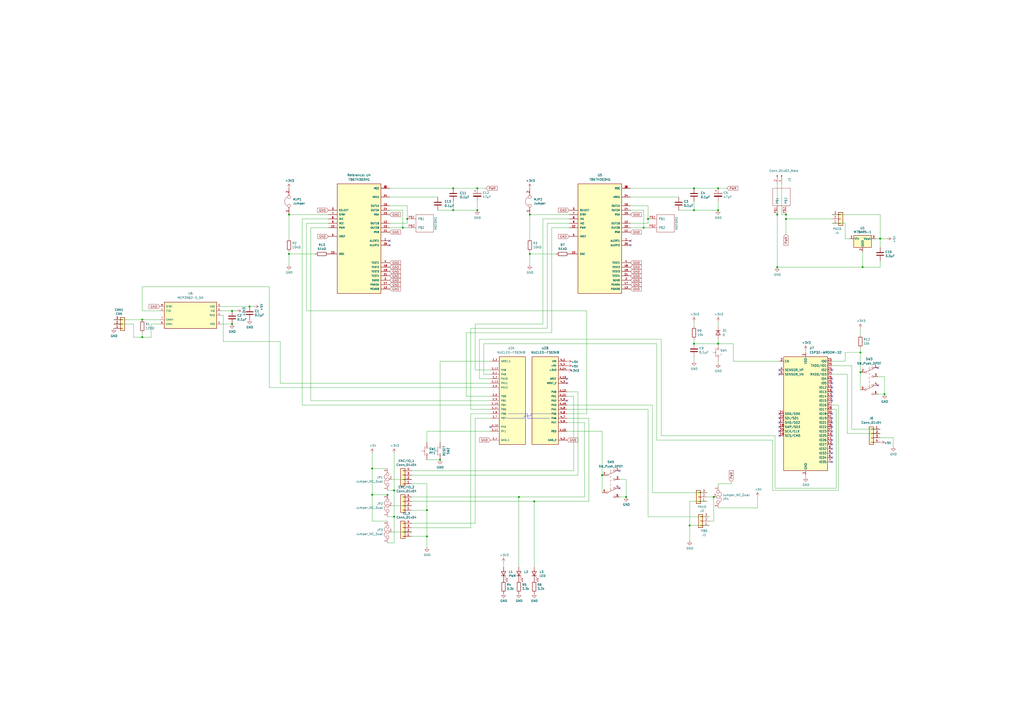
<source format=kicad_sch>
(kicad_sch (version 20230121) (generator eeschema)
  (paper "A2")
  (lib_symbols
    (symbol "Connector:Conn_01x02_Male" (pin_names (offset 1.016) hide)
      (property "Reference" "J" (at 0 2.54 0))
      (property "Value" "Conn_01x02_Male" (at 0 -5.08 0))
      (symbol "Conn_01x02_Male_1_1"
        (pin passive line (at 5.08 0 180) (length 3.81) (name "Pin_1") (number "1"))
        (pin passive line (at 5.08 -2.54 180) (length 3.81) (name "Pin_2") (number "2"))
      )
    )
    (symbol "Connector_Generic:Conn_01x03" (pin_names (offset 1.016) hide)
      (property "Reference" "J" (at 0 5.08 0))
      (property "Value" "Conn_01x03" (at 0 -5.08 0))
      (symbol "Conn_01x03_1_1"
        (pin passive line (at -5.08 2.54 0) (length 3.81) (name "Pin_1") (number "1"))
        (pin passive line (at -5.08 0 0) (length 3.81) (name "Pin_2") (number "2"))
        (pin passive line (at -5.08 -2.54 0) (length 3.81) (name "Pin_3") (number "3"))
      )
    )
    (symbol "Connector_Generic:Conn_01x04" (pin_names (offset 1.016) hide)
      (property "Reference" "J" (at 0 5.08 0))
      (property "Value" "Conn_01x04" (at 0 -7.62 0))
      (symbol "Conn_01x04_1_1"
        (pin passive line (at -5.08 2.54 0) (length 3.81) (name "Pin_1") (number "1"))
        (pin passive line (at -5.08 0 0) (length 3.81) (name "Pin_2") (number "2"))
        (pin passive line (at -5.08 -2.54 0) (length 3.81) (name "Pin_3") (number "3"))
        (pin passive line (at -5.08 -5.08 0) (length 3.81) (name "Pin_4") (number "4"))
      )
    )
    (symbol "Device:C" (pin_numbers hide) (pin_names (offset 0.254))
      (property "Reference" "C" (at 0.635 2.54 0))
      (property "Value" "C" (at 0.635 -2.54 0))
      (symbol "C_1_1"
        (pin passive line (at 0 3.81 270) (length 2.794) (name "~") (number "1"))
        (pin passive line (at 0 -3.81 90) (length 2.794) (name "~") (number "2"))
      )
    )
    (symbol "Device:CP" (pin_numbers hide) (pin_names (offset 0.254))
      (property "Reference" "C" (at 0.635 2.54 0))
      (property "Value" "Device_CP" (at 0.635 -2.54 0))
      (symbol "CP_1_1"
        (pin passive line (at 0 3.81 270) (length 2.794) (name "~") (number "1"))
        (pin passive line (at 0 -3.81 90) (length 2.794) (name "~") (number "2"))
      )
    )
    (symbol "Device:D" (pin_numbers hide) (pin_names (offset 1.016) hide)
      (property "Reference" "D" (at 0 2.54 0))
      (property "Value" "D" (at 0 -2.54 0))
      (symbol "D_1_1"
        (pin passive line (at -3.81 0 0) (length 2.54) (name "K") (number "1"))
        (pin passive line (at 3.81 0 180) (length 2.54) (name "A") (number "2"))
      )
    )
    (symbol "Device:Jumper" (pin_names (offset 0.762) hide)
      (property "Reference" "JP" (at 0 3.81 0))
      (property "Value" "Device_Jumper" (at 0 -2.032 0))
      (symbol "Jumper_0_1"
        (pin passive line (at -7.62 0 0) (length 4.191) (name "1") (number "1"))
        (pin passive line (at 7.62 0 180) (length 4.191) (name "2") (number "2"))
      )
    )
    (symbol "Device:Jumper_NC_Dual" (pin_names (offset 0.762) hide)
      (property "Reference" "JP" (at 1.27 -2.54 0))
      (property "Value" "Device_Jumper_NC_Dual" (at 0 2.54 0))
      (symbol "Jumper_NC_Dual_0_1"
        (pin passive line (at -6.35 0 0) (length 2.413) (name "1") (number "1"))
        (pin passive line (at 0 -2.54 90) (length 1.524) (name "2") (number "2"))
        (pin passive line (at 6.35 0 180) (length 2.413) (name "3") (number "3"))
      )
    )
    (symbol "Device:LED" (pin_numbers hide) (pin_names (offset 1.016) hide)
      (property "Reference" "D" (at 0 2.54 0))
      (property "Value" "LED" (at 0 -2.54 0))
      (symbol "LED_1_1"
        (pin passive line (at -3.81 0 0) (length 2.54) (name "K") (number "1"))
        (pin passive line (at 3.81 0 180) (length 2.54) (name "A") (number "2"))
      )
    )
    (symbol "Device:R" (pin_numbers hide) (pin_names (offset 0))
      (property "Reference" "R" (at 2.032 0 90))
      (property "Value" "R" (at 0 0 90))
      (symbol "R_1_1"
        (pin passive line (at 0 3.81 270) (length 1.27) (name "~") (number "1"))
        (pin passive line (at 0 -3.81 90) (length 1.27) (name "~") (number "2"))
      )
    )
    (symbol "Liner-regulator_AOKI:NJM_TO-252" (pin_names (offset 0.254))
      (property "Reference" "U" (at -3.81 3.175 0))
      (property "Value" "Liner-regulator_AOKI_NJM_TO-252" (at 0 3.175 0))
      (symbol "NJM_TO-252_1_1"
        (pin power_in line (at -7.62 0 0) (length 2.54) (name "Vin") (number "1"))
        (pin input line (at 0 -7.62 90) (length 2.54) (name "GND") (number "2"))
        (pin power_out line (at 7.62 0 180) (length 2.54) (name "Vout") (number "3"))
      )
    )
    (symbol "MCP2562-E_SN:MCP2562-E_SN" (pin_names (offset 1.016))
      (property "Reference" "U" (at -15.2515 8.8967 0))
      (property "Value" "MCP2562-E_SN" (at -15.2639 -10.1759 0))
      (symbol "MCP2562-E_SN_0_0"
        (pin input line (at -17.78 2.54 0) (length 2.54) (name "TXD") (number "1"))
        (pin power_in line (at 17.78 -5.08 180) (length 2.54) (name "VSS") (number "2"))
        (pin power_in line (at 17.78 5.08 180) (length 2.54) (name "VDD") (number "3"))
        (pin output line (at 17.78 0 180) (length 2.54) (name "RXD") (number "4"))
        (pin power_in line (at 17.78 2.54 180) (length 2.54) (name "VIO") (number "5"))
        (pin input line (at -17.78 -5.08 0) (length 2.54) (name "CANL") (number "6"))
        (pin input line (at -17.78 -2.54 0) (length 2.54) (name "CANH") (number "7"))
        (pin input line (at -17.78 5.08 0) (length 2.54) (name "STBY") (number "8"))
      )
    )
    (symbol "NUCLEO-F303K8:NUCLEO-F303K8" (pin_names (offset 1.016))
      (property "Reference" "U" (at -7.6292 25.9456 0))
      (property "Value" "NUCLEO-F303K8" (at -7.6233 -27.7005 0))
      (symbol "NUCLEO-F303K8_1_0"
        (pin bidirectional line (at 12.7 15.24 180) (length 5.08) (name "PA9") (number "3_1"))
        (pin bidirectional line (at 12.7 -15.24 180) (length 5.08) (name "PF0") (number "3_10"))
        (pin bidirectional line (at 12.7 -17.78 180) (length 5.08) (name "PF1") (number "3_11"))
        (pin bidirectional line (at 12.7 17.78 180) (length 5.08) (name "PA8") (number "3_12"))
        (pin bidirectional line (at 12.7 10.16 180) (length 5.08) (name "PA11") (number "3_13"))
        (pin bidirectional line (at 12.7 -5.08 180) (length 5.08) (name "PB5") (number "3_14"))
        (pin bidirectional line (at 12.7 -2.54 180) (length 5.08) (name "PB4") (number "3_15"))
        (pin bidirectional line (at 12.7 12.7 180) (length 5.08) (name "PA10") (number "3_2"))
        (pin bidirectional line (at 12.7 22.86 180) (length 5.08) (name "NRST_1") (number "3_3"))
        (pin power_in line (at 12.7 -22.86 180) (length 5.08) (name "GND_1") (number "3_4"))
        (pin bidirectional line (at 12.7 7.62 180) (length 5.08) (name "PA12") (number "3_5"))
        (pin bidirectional line (at 12.7 2.54 180) (length 5.08) (name "PB0") (number "3_6"))
        (pin bidirectional line (at 12.7 -10.16 180) (length 5.08) (name "PB7") (number "3_7"))
        (pin bidirectional line (at 12.7 -7.62 180) (length 5.08) (name "PB6") (number "3_8"))
        (pin bidirectional line (at 12.7 0 180) (length 5.08) (name "PB1") (number "3_9"))
      )
      (symbol "NUCLEO-F303K8_2_0"
        (pin power_in line (at 12.7 22.86 180) (length 5.08) (name "VIN") (number "4_1"))
        (pin bidirectional line (at 12.7 -2.54 180) (length 5.08) (name "PA3") (number "4_10"))
        (pin bidirectional line (at 12.7 2.54 180) (length 5.08) (name "PA1") (number "4_11"))
        (pin bidirectional line (at 12.7 5.08 180) (length 5.08) (name "PA0") (number "4_12"))
        (pin bidirectional line (at 12.7 12.7 180) (length 5.08) (name "AREF") (number "4_13"))
        (pin power_in line (at 12.7 17.78 180) (length 5.08) (name "+3V3") (number "4_14"))
        (pin bidirectional line (at 12.7 -17.78 180) (length 5.08) (name "PB3") (number "4_15"))
        (pin power_in line (at 12.7 -22.86 180) (length 5.08) (name "GND_2") (number "4_2"))
        (pin bidirectional line (at 12.7 10.16 180) (length 5.08) (name "NRST_2") (number "4_3"))
        (pin power_in line (at 12.7 20.32 180) (length 5.08) (name "+5V") (number "4_4"))
        (pin bidirectional line (at 12.7 0 180) (length 5.08) (name "PA2") (number "4_5"))
        (pin bidirectional line (at 12.7 -12.7 180) (length 5.08) (name "PA7") (number "4_6"))
        (pin bidirectional line (at 12.7 -10.16 180) (length 5.08) (name "PA6") (number "4_7"))
        (pin bidirectional line (at 12.7 -7.62 180) (length 5.08) (name "PA5") (number "4_8"))
        (pin bidirectional line (at 12.7 -5.08 180) (length 5.08) (name "PA4") (number "4_9"))
      )
    )
    (symbol "PTS_1.5_2_1" (pin_names (offset 1.016))
      (symbol "PTS_1.5_2_1_1_0"
        (pin bidirectional line (at -2.54 -10.16 90) (length 5.08) (name "P$1") (number "P$1"))
        (pin bidirectional line (at 2.54 -10.16 90) (length 5.08) (name "P$2") (number "P$2"))
      )
    )
    (symbol "RF_Module:ESP32-WROOM-32"
      (property "Reference" "U" (at -12.7 34.29 0))
      (property "Value" "ESP32-WROOM-32" (at 1.27 34.29 0))
      (symbol "ESP32-WROOM-32_1_1"
        (pin power_in line (at 0 -35.56 90) (length 2.54) (name "GND") (number "1"))
        (pin bidirectional line (at 15.24 -12.7 180) (length 2.54) (name "IO25") (number "10"))
        (pin bidirectional line (at 15.24 -15.24 180) (length 2.54) (name "IO26") (number "11"))
        (pin bidirectional line (at 15.24 -17.78 180) (length 2.54) (name "IO27") (number "12"))
        (pin bidirectional line (at 15.24 10.16 180) (length 2.54) (name "IO14") (number "13"))
        (pin bidirectional line (at 15.24 15.24 180) (length 2.54) (name "IO12") (number "14"))
        (pin passive line (at 0 -35.56 90) (length 2.54) hide (name "GND") (number "15"))
        (pin bidirectional line (at 15.24 12.7 180) (length 2.54) (name "IO13") (number "16"))
        (pin bidirectional line (at -15.24 -5.08 0) (length 2.54) (name "SHD/SD2") (number "17"))
        (pin bidirectional line (at -15.24 -7.62 0) (length 2.54) (name "SWP/SD3") (number "18"))
        (pin bidirectional line (at -15.24 -12.7 0) (length 2.54) (name "SCS/CMD") (number "19"))
        (pin power_in line (at 0 35.56 270) (length 2.54) (name "VDD") (number "2"))
        (pin bidirectional line (at -15.24 -10.16 0) (length 2.54) (name "SCK/CLK") (number "20"))
        (pin bidirectional line (at -15.24 0 0) (length 2.54) (name "SDO/SD0") (number "21"))
        (pin bidirectional line (at -15.24 -2.54 0) (length 2.54) (name "SDI/SD1") (number "22"))
        (pin bidirectional line (at 15.24 7.62 180) (length 2.54) (name "IO15") (number "23"))
        (pin bidirectional line (at 15.24 25.4 180) (length 2.54) (name "IO2") (number "24"))
        (pin bidirectional line (at 15.24 30.48 180) (length 2.54) (name "IO0") (number "25"))
        (pin bidirectional line (at 15.24 20.32 180) (length 2.54) (name "IO4") (number "26"))
        (pin bidirectional line (at 15.24 5.08 180) (length 2.54) (name "IO16") (number "27"))
        (pin bidirectional line (at 15.24 2.54 180) (length 2.54) (name "IO17") (number "28"))
        (pin bidirectional line (at 15.24 17.78 180) (length 2.54) (name "IO5") (number "29"))
        (pin input line (at -15.24 30.48 0) (length 2.54) (name "EN") (number "3"))
        (pin bidirectional line (at 15.24 0 180) (length 2.54) (name "IO18") (number "30"))
        (pin bidirectional line (at 15.24 -2.54 180) (length 2.54) (name "IO19") (number "31"))
        (pin no_connect line (at -12.7 -27.94 0) (length 2.54) hide (name "NC") (number "32"))
        (pin bidirectional line (at 15.24 -5.08 180) (length 2.54) (name "IO21") (number "33"))
        (pin bidirectional line (at 15.24 22.86 180) (length 2.54) (name "RXD0/IO3") (number "34"))
        (pin bidirectional line (at 15.24 27.94 180) (length 2.54) (name "TXD0/IO1") (number "35"))
        (pin bidirectional line (at 15.24 -7.62 180) (length 2.54) (name "IO22") (number "36"))
        (pin bidirectional line (at 15.24 -10.16 180) (length 2.54) (name "IO23") (number "37"))
        (pin passive line (at 0 -35.56 90) (length 2.54) hide (name "GND") (number "38"))
        (pin passive line (at 0 -35.56 90) (length 2.54) hide (name "GND") (number "39"))
        (pin input line (at -15.24 25.4 0) (length 2.54) (name "SENSOR_VP") (number "4"))
        (pin input line (at -15.24 22.86 0) (length 2.54) (name "SENSOR_VN") (number "5"))
        (pin input line (at 15.24 -25.4 180) (length 2.54) (name "IO34") (number "6"))
        (pin input line (at 15.24 -27.94 180) (length 2.54) (name "IO35") (number "7"))
        (pin bidirectional line (at 15.24 -20.32 180) (length 2.54) (name "IO32") (number "8"))
        (pin bidirectional line (at 15.24 -22.86 180) (length 2.54) (name "IO33") (number "9"))
      )
    )
    (symbol "Switch:SW_Push" (pin_numbers hide) (pin_names (offset 1.016) hide)
      (property "Reference" "SW" (at 1.27 2.54 0))
      (property "Value" "SW_Push" (at 0 -1.524 0))
      (symbol "SW_Push_0_1"
        (pin passive line (at -5.08 0 0) (length 2.54) (name "1") (number "1"))
        (pin passive line (at 5.08 0 180) (length 2.54) (name "2") (number "2"))
      )
    )
    (symbol "Switch:SW_Push_DPDT" (pin_names (offset 0) hide)
      (property "Reference" "SW" (at 0 8.89 0))
      (property "Value" "SW_Push_DPDT" (at 0 -10.16 0))
      (symbol "SW_Push_DPDT_1_1"
        (pin passive line (at 5.08 7.62 180) (length 2.54) (name "A") (number "1"))
        (pin passive line (at -5.08 5.08 0) (length 2.54) (name "B") (number "2"))
        (pin passive line (at 5.08 2.54 180) (length 2.54) (name "C") (number "3"))
        (pin passive line (at 5.08 -2.54 180) (length 2.54) (name "A") (number "4"))
        (pin passive line (at -5.08 -5.08 0) (length 2.54) (name "B") (number "5"))
        (pin passive line (at 5.08 -7.62 180) (length 2.54) (name "C") (number "6"))
      )
    )
    (symbol "TB67H303HG_1" (pin_names (offset 1.016))
      (property "Reference" "U" (at -12.7 33.655 0))
      (property "Value" "TB67H303HG" (at -12.7 -33.02 0))
      (symbol "TB67H303HG_1_0_0"
        (pin output line (at 17.78 0 180) (length 5.08) (name "ALERT1") (number "1"))
        (pin output line (at 17.78 7.62 180) (length 5.08) (name "OUT2B") (number "10"))
        (pin output line (at 17.78 5.08 180) (length 5.08) (name "RSB") (number "11"))
        (pin output line (at 17.78 10.16 180) (length 5.08) (name "OUT1B") (number "12"))
        (pin power_in line (at 17.78 -27.94 180) (length 5.08) (name "PGNDB") (number "13"))
        (pin output line (at 17.78 17.78 180) (length 5.08) (name "OUT2A") (number "14"))
        (pin output line (at 17.78 15.24 180) (length 5.08) (name "RSA") (number "15"))
        (pin output line (at 17.78 20.32 180) (length 5.08) (name "OUT1A") (number "16"))
        (pin power_in line (at 17.78 -25.4 180) (length 5.08) (name "PGNDA") (number "17"))
        (pin power_in line (at 17.78 -15.24 180) (length 5.08) (name "TEST2") (number "18"))
        (pin power_in line (at 17.78 -17.78 180) (length 5.08) (name "TEST3") (number "19"))
        (pin power_in line (at 17.78 -22.86 180) (length 5.08) (name "SGND") (number "2"))
        (pin power_in line (at 17.78 30.48 180) (length 5.08) (name "VCC") (number "20"))
        (pin power_in line (at 17.78 -20.32 180) (length 5.08) (name "TEST4") (number "21"))
        (pin input line (at -17.78 7.62 0) (length 5.08) (name "PWM") (number "22"))
        (pin passive line (at -17.78 -7.62 0) (length 5.08) (name "OSC") (number "23"))
        (pin output line (at 17.78 25.4 180) (length 5.08) (name "VREG") (number "24"))
        (pin output line (at 17.78 -2.54 180) (length 5.08) (name "ALERT2") (number "25"))
        (pin input line (at -17.78 17.78 0) (length 5.08) (name "SELECT") (number "3"))
        (pin power_in line (at 17.78 -12.7 180) (length 5.08) (name "TEST1") (number "4"))
        (pin input line (at -17.78 2.54 0) (length 5.08) (name "VREF") (number "5"))
        (pin power_in line (at 17.78 30.48 180) (length 5.08) (name "VCC") (number "6"))
        (pin input line (at -17.78 15.24 0) (length 5.08) (name "STBY") (number "7"))
        (pin input line (at -17.78 12.7 0) (length 5.08) (name "IN1") (number "8"))
        (pin input line (at -17.78 10.16 0) (length 5.08) (name "IN2") (number "9"))
      )
    )
    (symbol "power:+3.3V" (power) (pin_names (offset 0))
      (property "Value" "+3.3V" (at 0 3.556 0))
      (symbol "+3.3V_1_1"
        (pin power_in line (at 0 0 90) (length 0) hide (name "+3V3") (number "1"))
      )
    )
    (symbol "power:+5V" (power) (pin_names (offset 0))
      (property "Value" "+5V" (at 0 3.556 0))
      (symbol "+5V_1_1"
        (pin power_in line (at 0 0 90) (length 0) hide (name "+5V") (number "1"))
      )
    )
    (symbol "power:GND" (power) (pin_names (offset 0))
      (property "Value" "GND" (at 0 -3.81 0))
      (symbol "GND_1_1"
        (pin power_in line (at 0 0 270) (length 0) hide (name "GND") (number "1"))
      )
    )
    (symbol "pts_1.5_2:PTS_1.5_2" (pin_names (offset 1.016))
      (symbol "PTS_1.5_2_1_0"
        (pin bidirectional line (at -2.54 -10.16 90) (length 5.08) (name "P$1") (number "P$1"))
        (pin bidirectional line (at 2.54 -10.16 90) (length 5.08) (name "P$2") (number "P$2"))
      )
    )
  )
  (junction (at 309.88 290.83))
  (junction (at 224.79 287.02))
  (junction (at 499.11 215.9))
  (junction (at 402.59 199.39))
  (junction (at 455.93 127))
  (junction (at 402.59 109.22))
  (junction (at 228.6 284.48))
  (junction (at 400.05 304.8))
  (junction (at 215.9 287.02))
  (junction (at 82.55 185.42))
  (junction (at 450.85 124.46))
  (junction (at 215.9 271.78))
  (junction (at 144.78 177.8))
  (junction (at 247.65 295.91))
  (junction (at 416.56 109.22))
  (junction (at 307.34 147.32))
  (junction (at 167.64 147.32))
  (junction (at 307.34 124.46))
  (junction (at 349.25 275.59))
  (junction (at 513.08 228.6))
  (junction (at 167.64 124.46))
  (junction (at 414.02 288.29))
  (junction (at 375.92 127))
  (junction (at 255.27 266.7))
  (junction (at 300.99 288.29))
  (junction (at 82.55 195.58))
  (junction (at 373.38 132.08))
  (junction (at 134.62 187.96))
  (junction (at 247.65 311.15))
  (junction (at 262.89 109.22))
  (junction (at 134.62 180.34))
  (junction (at 363.22 288.29))
  (junction (at 450.85 154.94))
  (junction (at 233.68 132.08))
  (junction (at 510.54 138.43))
  (junction (at 416.56 121.92))
  (junction (at 236.22 127))
  (junction (at 499.11 204.47))
  (junction (at 228.6 299.72))
  (junction (at 416.56 199.39))
  (junction (at 455.93 124.46))
  (junction (at 500.38 154.94))
  (junction (at 262.89 121.92))
  (junction (at 276.86 121.92))
  (junction (at 276.86 109.22))
  (junction (at 402.59 121.92))
  (no_connect (at 452.12 252.73))
  (no_connect (at 284.48 247.65))
  (no_connect (at 482.6 242.57))
  (no_connect (at 482.6 262.89))
  (no_connect (at 328.93 232.41))
  (no_connect (at 482.6 250.19))
  (no_connect (at 482.6 260.35))
  (no_connect (at 328.93 219.71))
  (no_connect (at 482.6 240.03))
  (no_connect (at 365.76 139.7))
  (no_connect (at 482.6 222.25))
  (no_connect (at 482.6 245.11))
  (no_connect (at 226.06 139.7))
  (no_connect (at 482.6 227.33))
  (no_connect (at 482.6 214.63))
  (no_connect (at 482.6 255.27))
  (no_connect (at 452.12 247.65))
  (no_connect (at 452.12 242.57))
  (no_connect (at 452.12 250.19))
  (no_connect (at 482.6 257.81))
  (no_connect (at 365.76 142.24))
  (no_connect (at 359.41 283.21))
  (no_connect (at 452.12 217.17))
  (no_connect (at 482.6 232.41))
  (no_connect (at 482.6 229.87))
  (no_connect (at 509.27 213.36))
  (no_connect (at 359.41 273.05))
  (no_connect (at 452.12 214.63))
  (no_connect (at 509.27 223.52))
  (no_connect (at 452.12 245.11))
  (no_connect (at 482.6 219.71))
  (no_connect (at 328.93 222.25))
  (no_connect (at 482.6 265.43))
  (no_connect (at 452.12 240.03))
  (no_connect (at 482.6 267.97))
  (no_connect (at 482.6 247.65))
  (no_connect (at 482.6 224.79))
  (no_connect (at 482.6 252.73))
  (no_connect (at 226.06 142.24))
  (wire (pts (xy 320.04 132.08) (xy 320.04 193.04)))
  (wire (pts (xy 273.05 237.49) (xy 284.48 237.49)))
  (wire (pts (xy 490.22 204.47) (xy 499.11 204.47)))
  (wire (pts (xy 128.27 182.88) (xy 129.54 182.88)))
  (wire (pts (xy 129.54 198.12) (xy 162.56 198.12)))
  (wire (pts (xy 162.56 198.12) (xy 162.56 222.25)))
  (wire (pts (xy 491.49 217.17) (xy 482.6 217.17)))
  (wire (pts (xy 167.64 147.32) (xy 182.88 147.32)))
  (wire (pts (xy 224.79 302.26) (xy 215.9 302.26)))
  (wire (pts (xy 330.2 124.46) (xy 307.34 124.46)))
  (wire (pts (xy 236.22 127) (xy 236.22 119.38)))
  (wire (pts (xy 365.76 119.38) (xy 375.92 119.38)))
  (wire (pts (xy 375.92 237.49) (xy 375.92 299.72)))
  (wire (pts (xy 247.65 311.15) (xy 247.65 317.5)))
  (wire (pts (xy 228.6 299.72) (xy 228.6 314.96)))
  (wire (pts (xy 128.27 180.34) (xy 134.62 180.34)))
  (wire (pts (xy 494.03 248.92) (xy 494.03 212.09)))
  (wire (pts (xy 381 255.27) (xy 448.31 255.27)))
  (wire (pts (xy 375.92 299.72) (xy 411.48 299.72)))
  (wire (pts (xy 508 138.43) (xy 510.54 138.43)))
  (wire (pts (xy 92.71 187.96) (xy 87.63 187.96)))
  (wire (pts (xy 247.65 311.15) (xy 238.76 311.15)))
  (wire (pts (xy 128.27 187.96) (xy 134.62 187.96)))
  (wire (pts (xy 226.06 109.22) (xy 262.89 109.22)))
  (wire (pts (xy 247.65 266.7) (xy 255.27 266.7)))
  (wire (pts (xy 247.65 250.19) (xy 247.65 256.54)))
  (wire (pts (xy 82.55 180.34) (xy 92.71 180.34)))
  (wire (pts (xy 365.76 114.3) (xy 393.7 114.3)))
  (wire (pts (xy 500.38 154.94) (xy 500.38 146.05)))
  (wire (pts (xy 416.56 186.69) (xy 416.56 189.23)))
  (wire (pts (xy 416.56 280.67) (xy 416.56 281.94)))
  (wire (pts (xy 247.65 295.91) (xy 247.65 311.15)))
  (wire (pts (xy 177.8 129.54) (xy 190.5 129.54)))
  (wire (pts (xy 254 121.92) (xy 262.89 121.92)))
  (wire (pts (xy 494.03 212.09) (xy 482.6 212.09)))
  (wire (pts (xy 383.54 252.73) (xy 449.58 252.73)))
  (wire (pts (xy 215.9 287.02) (xy 215.9 271.78)))
  (wire (pts (xy 373.38 121.92) (xy 373.38 132.08)))
  (wire (pts (xy 510.54 154.94) (xy 510.54 151.13)))
  (wire (pts (xy 416.56 280.67) (xy 424.18 280.67)))
  (wire (pts (xy 402.59 116.84) (xy 402.59 121.92)))
  (wire (pts (xy 190.5 124.46) (xy 167.64 124.46)))
  (wire (pts (xy 238.76 306.07) (xy 273.05 306.07)))
  (wire (pts (xy 92.71 185.42) (xy 82.55 185.42)))
  (wire (pts (xy 226.06 119.38) (xy 236.22 119.38)))
  (wire (pts (xy 339.09 245.11) (xy 339.09 288.29)))
  (wire (pts (xy 402.59 121.92) (xy 416.56 121.92)))
  (wire (pts (xy 402.59 186.69) (xy 402.59 189.23)))
  (wire (pts (xy 513.08 218.44) (xy 513.08 228.6)))
  (wire (pts (xy 167.64 147.32) (xy 167.64 153.67)))
  (wire (pts (xy 228.6 284.48) (xy 228.6 299.72)))
  (wire (pts (xy 416.56 209.55) (xy 416.56 210.82)))
  (wire (pts (xy 262.89 109.22) (xy 276.86 109.22)))
  (wire (pts (xy 238.76 293.37) (xy 227.33 293.37)))
  (wire (pts (xy 309.88 290.83) (xy 341.63 290.83)))
  (wire (pts (xy 485.14 283.21) (xy 449.58 283.21)))
  (wire (pts (xy 485.14 237.49) (xy 485.14 283.21)))
  (wire (pts (xy 482.6 237.49) (xy 485.14 237.49)))
  (wire (pts (xy 238.76 280.67) (xy 247.65 280.67)))
  (wire (pts (xy 450.85 106.68) (xy 450.85 124.46)))
  (wire (pts (xy 227.33 278.13) (xy 238.76 278.13)))
  (wire (pts (xy 317.5 129.54) (xy 317.5 190.5)))
  (wire (pts (xy 424.18 280.67) (xy 424.18 279.4)))
  (wire (pts (xy 255.27 209.55) (xy 255.27 256.54)))
  (wire (pts (xy 467.36 203.2) (xy 467.36 204.47)))
  (wire (pts (xy 215.9 271.78) (xy 224.79 271.78)))
  (wire (pts (xy 340.36 180.34) (xy 177.8 180.34)))
  (wire (pts (xy 276.86 121.92) (xy 276.86 116.84)))
  (wire (pts (xy 129.54 182.88) (xy 129.54 198.12)))
  (wire (pts (xy 162.56 222.25) (xy 284.48 222.25)))
  (wire (pts (xy 238.76 275.59) (xy 335.28 275.59)))
  (wire (pts (xy 328.93 234.95) (xy 378.46 234.95)))
  (wire (pts (xy 226.06 132.08) (xy 233.68 132.08)))
  (wire (pts (xy 77.47 195.58) (xy 77.47 187.96)))
  (wire (pts (xy 514.35 138.43) (xy 510.54 138.43)))
  (wire (pts (xy 262.89 116.84) (xy 262.89 121.92)))
  (wire (pts (xy 499.11 190.5) (xy 499.11 194.31)))
  (wire (pts (xy 490.22 209.55) (xy 490.22 204.47)))
  (wire (pts (xy 499.11 215.9) (xy 499.11 204.47)))
  (wire (pts (xy 359.41 288.29) (xy 363.22 288.29)))
  (wire (pts (xy 280.67 217.17) (xy 280.67 199.39)))
  (wire (pts (xy 66.04 187.96) (xy 77.47 187.96)))
  (wire (pts (xy 455.93 135.89) (xy 455.93 127)))
  (wire (pts (xy 328.93 250.19) (xy 349.25 250.19)))
  (wire (pts (xy 307.34 124.46) (xy 307.34 138.43)))
  (wire (pts (xy 425.45 199.39) (xy 416.56 199.39)))
  (wire (pts (xy 393.7 121.92) (xy 402.59 121.92)))
  (wire (pts (xy 339.09 288.29) (xy 300.99 288.29)))
  (wire (pts (xy 455.93 124.46) (xy 455.93 127)))
  (wire (pts (xy 224.79 314.96) (xy 228.6 314.96)))
  (wire (pts (xy 402.59 109.22) (xy 416.56 109.22)))
  (wire (pts (xy 280.67 199.39) (xy 381 199.39)))
  (wire (pts (xy 330.2 127) (xy 314.96 127)))
  (wire (pts (xy 66.04 185.42) (xy 82.55 185.42)))
  (wire (pts (xy 359.41 278.13) (xy 363.22 278.13)))
  (wire (pts (xy 518.16 254) (xy 510.54 254)))
  (wire (pts (xy 226.06 129.54) (xy 236.22 129.54)))
  (wire (pts (xy 262.89 121.92) (xy 276.86 121.92)))
  (wire (pts (xy 238.76 288.29) (xy 300.99 288.29)))
  (wire (pts (xy 490.22 138.43) (xy 490.22 129.54)))
  (wire (pts (xy 238.76 273.05) (xy 332.74 273.05)))
  (wire (pts (xy 328.93 242.57) (xy 341.63 242.57)))
  (wire (pts (xy 180.34 232.41) (xy 180.34 132.08)))
  (wire (pts (xy 278.13 196.85) (xy 278.13 219.71)))
  (wire (pts (xy 365.76 132.08) (xy 373.38 132.08)))
  (wire (pts (xy 167.64 146.05) (xy 167.64 147.32)))
  (wire (pts (xy 215.9 302.26) (xy 215.9 287.02)))
  (wire (pts (xy 416.56 196.85) (xy 416.56 199.39)))
  (wire (pts (xy 82.55 193.04) (xy 82.55 195.58)))
  (wire (pts (xy 275.59 187.96) (xy 275.59 214.63)))
  (wire (pts (xy 448.31 284.48) (xy 448.31 255.27)))
  (wire (pts (xy 190.5 127) (xy 175.26 127)))
  (wire (pts (xy 227.33 308.61) (xy 238.76 308.61)))
  (wire (pts (xy 510.54 124.46) (xy 510.54 138.43)))
  (wire (pts (xy 452.12 209.55) (xy 425.45 209.55)))
  (wire (pts (xy 317.5 129.54) (xy 330.2 129.54)))
  (wire (pts (xy 402.59 199.39) (xy 416.56 199.39)))
  (wire (pts (xy 300.99 328.93) (xy 300.99 288.29)))
  (wire (pts (xy 278.13 219.71) (xy 284.48 219.71)))
  (wire (pts (xy 482.6 234.95) (xy 486.41 234.95)))
  (wire (pts (xy 455.93 127) (xy 482.6 127)))
  (wire (pts (xy 238.76 295.91) (xy 247.65 295.91)))
  (wire (pts (xy 270.51 229.87) (xy 284.48 229.87)))
  (wire (pts (xy 416.56 121.92) (xy 416.56 116.84)))
  (wire (pts (xy 330.2 132.08) (xy 320.04 132.08)))
  (wire (pts (xy 492.76 138.43) (xy 490.22 138.43)))
  (wire (pts (xy 275.59 242.57) (xy 284.48 242.57)))
  (wire (pts (xy 414.02 302.26) (xy 411.48 302.26)))
  (wire (pts (xy 307.34 146.05) (xy 307.34 147.32)))
  (wire (pts (xy 328.93 237.49) (xy 375.92 237.49)))
  (wire (pts (xy 499.11 201.93) (xy 499.11 204.47)))
  (wire (pts (xy 270.51 193.04) (xy 270.51 229.87)))
  (wire (pts (xy 314.96 127) (xy 314.96 187.96)))
  (wire (pts (xy 215.9 271.78) (xy 215.9 262.89)))
  (wire (pts (xy 383.54 196.85) (xy 278.13 196.85)))
  (wire (pts (xy 226.06 114.3) (xy 254 114.3)))
  (wire (pts (xy 340.36 240.03) (xy 340.36 180.34)))
  (wire (pts (xy 226.06 121.92) (xy 233.68 121.92)))
  (wire (pts (xy 273.05 190.5) (xy 317.5 190.5)))
  (wire (pts (xy 402.59 196.85) (xy 402.59 199.39)))
  (wire (pts (xy 175.26 234.95) (xy 175.26 127)))
  (wire (pts (xy 486.41 234.95) (xy 486.41 284.48)))
  (wire (pts (xy 275.59 242.57) (xy 275.59 303.53)))
  (wire (pts (xy 518.16 254) (xy 518.16 259.08)))
  (wire (pts (xy 332.74 229.87) (xy 332.74 273.05)))
  (wire (pts (xy 510.54 143.51) (xy 510.54 138.43)))
  (wire (pts (xy 134.62 180.34) (xy 137.16 180.34)))
  (wire (pts (xy 167.64 124.46) (xy 167.64 138.43)))
  (wire (pts (xy 233.68 121.92) (xy 233.68 132.08)))
  (wire (pts (xy 328.93 240.03) (xy 340.36 240.03)))
  (wire (pts (xy 87.63 195.58) (xy 82.55 195.58)))
  (wire (pts (xy 410.21 288.29) (xy 414.02 288.29)))
  (wire (pts (xy 328.93 229.87) (xy 332.74 229.87)))
  (wire (pts (xy 144.78 177.8) (xy 147.32 177.8)))
  (wire (pts (xy 349.25 275.59) (xy 349.25 285.75)))
  (wire (pts (xy 378.46 285.75) (xy 410.21 285.75)))
  (wire (pts (xy 365.76 109.22) (xy 402.59 109.22)))
  (wire (pts (xy 490.22 129.54) (xy 482.6 129.54)))
  (wire (pts (xy 335.28 227.33) (xy 335.28 275.59)))
  (wire (pts (xy 276.86 109.22) (xy 281.94 109.22)))
  (wire (pts (xy 82.55 195.58) (xy 77.47 195.58)))
  (wire (pts (xy 400.05 290.83) (xy 400.05 304.8)))
  (wire (pts (xy 273.05 240.03) (xy 284.48 240.03)))
  (wire (pts (xy 349.25 250.19) (xy 349.25 275.59)))
  (wire (pts (xy 365.76 129.54) (xy 375.92 129.54)))
  (wire (pts (xy 400.05 304.8) (xy 400.05 313.69)))
  (wire (pts (xy 416.56 294.64) (xy 439.42 294.64)))
  (wire (pts (xy 238.76 290.83) (xy 309.88 290.83)))
  (wire (pts (xy 233.68 132.08) (xy 236.22 132.08)))
  (wire (pts (xy 328.93 245.11) (xy 339.09 245.11)))
  (wire (pts (xy 128.27 177.8) (xy 144.78 177.8)))
  (wire (pts (xy 309.88 328.93) (xy 309.88 290.83)))
  (wire (pts (xy 156.21 224.79) (xy 284.48 224.79)))
  (wire (pts (xy 87.63 187.96) (xy 87.63 195.58)))
  (wire (pts (xy 365.76 121.92) (xy 373.38 121.92)))
  (wire (pts (xy 500.38 154.94) (xy 510.54 154.94)))
  (wire (pts (xy 224.79 287.02) (xy 215.9 287.02)))
  (wire (pts (xy 375.92 129.54) (xy 375.92 127)))
  (wire (pts (xy 410.21 290.83) (xy 400.05 290.83)))
  (wire (pts (xy 467.36 276.86) (xy 467.36 275.59)))
  (wire (pts (xy 373.38 132.08) (xy 375.92 132.08)))
  (wire (pts (xy 247.65 250.19) (xy 284.48 250.19)))
  (wire (pts (xy 247.65 280.67) (xy 247.65 295.91)))
  (wire (pts (xy 402.59 207.01) (xy 402.59 209.55)))
  (wire (pts (xy 425.45 209.55) (xy 425.45 199.39)))
  (wire (pts (xy 255.27 209.55) (xy 284.48 209.55)))
  (wire (pts (xy 228.6 262.89) (xy 228.6 284.48)))
  (wire (pts (xy 482.6 124.46) (xy 510.54 124.46)))
  (wire (pts (xy 439.42 288.29) (xy 439.42 294.64)))
  (wire (pts (xy 275.59 303.53) (xy 238.76 303.53)))
  (wire (pts (xy 416.56 109.22) (xy 421.64 109.22)))
  (wire (pts (xy 175.26 234.95) (xy 284.48 234.95)))
  (wire (pts (xy 273.05 306.07) (xy 273.05 240.03)))
  (wire (pts (xy 270.51 193.04) (xy 320.04 193.04)))
  (wire (pts (xy 510.54 251.46) (xy 491.49 251.46)))
  (wire (pts (xy 224.79 289.56) (xy 224.79 287.02)))
  (wire (pts (xy 486.41 284.48) (xy 448.31 284.48)))
  (wire (pts (xy 328.93 227.33) (xy 335.28 227.33)))
  (wire (pts (xy 453.39 106.68) (xy 453.39 124.46)))
  (wire (pts (xy 414.02 288.29) (xy 414.02 302.26)))
  (wire (pts (xy 292.1 328.93) (xy 292.1 326.39)))
  (wire (pts (xy 341.63 242.57) (xy 341.63 290.83)))
  (wire (pts (xy 307.34 147.32) (xy 307.34 153.67)))
  (wire (pts (xy 273.05 190.5) (xy 273.05 237.49)))
  (wire (pts (xy 450.85 124.46) (xy 450.85 154.94)))
  (wire (pts (xy 491.49 251.46) (xy 491.49 217.17)))
  (wire (pts (xy 450.85 154.94) (xy 500.38 154.94)))
  (wire (pts (xy 510.54 248.92) (xy 494.03 248.92)))
  (wire (pts (xy 509.27 218.44) (xy 513.08 218.44)))
  (wire (pts (xy 284.48 232.41) (xy 180.34 232.41)))
  (wire (pts (xy 411.48 304.8) (xy 400.05 304.8)))
  (wire (pts (xy 375.92 127) (xy 375.92 119.38)))
  (wire (pts (xy 499.11 226.06) (xy 499.11 215.9)))
  (wire (pts (xy 381 199.39) (xy 381 255.27)))
  (wire (pts (xy 307.34 147.32) (xy 322.58 147.32)))
  (wire (pts (xy 383.54 196.85) (xy 383.54 252.73)))
  (wire (pts (xy 190.5 132.08) (xy 180.34 132.08)))
  (wire (pts (xy 449.58 283.21) (xy 449.58 252.73)))
  (wire (pts (xy 82.55 166.37) (xy 156.21 166.37)))
  (wire (pts (xy 156.21 166.37) (xy 156.21 224.79)))
  (wire (pts (xy 82.55 166.37) (xy 82.55 180.34)))
  (wire (pts (xy 482.6 209.55) (xy 490.22 209.55)))
  (wire (pts (xy 224.79 299.72) (xy 228.6 299.72)))
  (wire (pts (xy 280.67 217.17) (xy 284.48 217.17)))
  (wire (pts (xy 177.8 180.34) (xy 177.8 129.54)))
  (wire (pts (xy 275.59 187.96) (xy 314.96 187.96)))
  (wire (pts (xy 363.22 278.13) (xy 363.22 288.29)))
  (wire (pts (xy 236.22 129.54) (xy 236.22 127)))
  (wire (pts (xy 378.46 234.95) (xy 378.46 285.75)))
  (wire (pts (xy 509.27 228.6) (xy 513.08 228.6)))
  (wire (pts (xy 224.79 284.48) (xy 228.6 284.48)))
  (wire (pts (xy 453.39 124.46) (xy 455.93 124.46)))
  (wire (pts (xy 275.59 214.63) (xy 284.48 214.63)))
  (rectangle (start 306.07 240.03) (end 306.07 242.57))
  (rectangle (start 304.165 241.3) (end 304.165 242.57))
  (rectangle (start 294.005 242.57) (end 304.165 242.57))
  (rectangle (start 307.975 240.03) (end 307.975 241.3))
  (rectangle (start 306.07 242.57) (end 318.77 242.57))
  (rectangle (start 307.975 240.03) (end 319.405 240.03))
  (rectangle (start 307.975 241.3) (end 307.975 241.3))
  (rectangle (start 304.165 241.3) (end 307.975 241.3))
  (rectangle (start 294.64 240.03) (end 306.07 240.03))
  (global_label "GND" (shape input) (at 330.2 121.92 180) (property "Intersheetrefs" "${INTERSHEET_REFS}" (effects hide)))
  (global_label "GND" (shape input) (at 190.5 137.16 180) (property "Intersheetrefs" "${INTERSHEET_REFS}" (effects hide)))
  (global_label "GND" (shape input) (at 226.06 157.48 0) (property "Intersheetrefs" "${INTERSHEET_REFS}" (effects hide)))
  (global_label "GND" (shape input) (at 365.76 124.46 0) (property "Intersheetrefs" "${INTERSHEET_REFS}" (effects hide)))
  (global_label "GND" (shape input) (at 226.06 167.64 0) (property "Intersheetrefs" "${INTERSHEET_REFS}" (effects hide)))
  (global_label "PWR" (shape input) (at 424.18 279.4 90) (property "Intersheetrefs" "${INTERSHEET_REFS}" (effects hide)))
  (global_label "GND" (shape input) (at 284.48 255.27 180) (property "Intersheetrefs" "${INTERSHEET_REFS}" (effects hide)))
  (global_label "GND" (shape input) (at 226.06 160.02 0) (property "Intersheetrefs" "${INTERSHEET_REFS}" (effects hide)))
  (global_label "PWR" (shape input) (at 421.64 109.22 0) (property "Intersheetrefs" "${INTERSHEET_REFS}" (effects hide)))
  (global_label "GND" (shape input) (at 365.76 154.94 0) (property "Intersheetrefs" "${INTERSHEET_REFS}" (effects hide)))
  (global_label "PWR" (shape input) (at 455.93 135.89 270) (property "Intersheetrefs" "${INTERSHEET_REFS}" (effects hide)))
  (global_label "GND" (shape input) (at 226.06 152.4 0) (property "Intersheetrefs" "${INTERSHEET_REFS}" (effects hide)))
  (global_label "GND" (shape input) (at 226.06 134.62 0) (property "Intersheetrefs" "${INTERSHEET_REFS}" (effects hide)))
  (global_label "PWR" (shape input) (at 281.94 109.22 0) (property "Intersheetrefs" "${INTERSHEET_REFS}" (effects hide)))
  (global_label "GND" (shape input) (at 226.06 162.56 0) (property "Intersheetrefs" "${INTERSHEET_REFS}" (effects hide)))
  (global_label "GND" (shape input) (at 226.06 165.1 0) (property "Intersheetrefs" "${INTERSHEET_REFS}" (effects hide)))
  (global_label "GND" (shape input) (at 365.76 157.48 0) (property "Intersheetrefs" "${INTERSHEET_REFS}" (effects hide)))
  (global_label "GND" (shape input) (at 330.2 137.16 180) (property "Intersheetrefs" "${INTERSHEET_REFS}" (effects hide)))
  (global_label "GND" (shape input) (at 328.93 255.27 0) (property "Intersheetrefs" "${INTERSHEET_REFS}" (effects hide)))
  (global_label "GND" (shape input) (at 92.71 177.8 180) (property "Intersheetrefs" "${INTERSHEET_REFS}" (effects hide)))
  (global_label "GND" (shape input) (at 226.06 154.94 0) (property "Intersheetrefs" "${INTERSHEET_REFS}" (effects hide)))
  (global_label "GND" (shape input) (at 365.76 165.1 0) (property "Intersheetrefs" "${INTERSHEET_REFS}" (effects hide)))
  (global_label "GND" (shape input) (at 226.06 124.46 0) (property "Intersheetrefs" "${INTERSHEET_REFS}" (effects hide)))
  (global_label "GND" (shape input) (at 365.76 134.62 0) (property "Intersheetrefs" "${INTERSHEET_REFS}" (effects hide)))
  (global_label "GND" (shape input) (at 365.76 162.56 0) (property "Intersheetrefs" "${INTERSHEET_REFS}" (effects hide)))
  (global_label "GND" (shape input) (at 190.5 121.92 180) (property "Intersheetrefs" "${INTERSHEET_REFS}" (effects hide)))
  (global_label "GND" (shape input) (at 365.76 167.64 0) (property "Intersheetrefs" "${INTERSHEET_REFS}" (effects hide)))
  (global_label "GND" (shape input) (at 365.76 152.4 0) (property "Intersheetrefs" "${INTERSHEET_REFS}" (effects hide)))
  (global_label "GND" (shape input) (at 365.76 160.02 0) (property "Intersheetrefs" "${INTERSHEET_REFS}" (effects hide)))
  (symbol (lib_id "Device:Jumper") (at 307.34 116.84 90) (unit 1)
    (property "Reference" "MJP2" (at 309.5752 115.6716 90) (effects (justify right)))
    (property "Value" "Jumper" (at 309.5752 117.983 90) (effects (justify right)))
    (property "Footprint" "Jumper:SolderJumper-2_P1.3mm_Open_TrianglePad1.0x1.5mm" (effects hide))
  )
  (symbol (lib_id "power:GND") (at 513.08 228.6 0) (unit 1)
    (property "Reference" "#PWR023" (effects hide))
    (property "Value" "GND" (at 513.207 232.9942 0))
  )
  (symbol (lib_id "Connector_Generic:Conn_01x03") (at 487.68 127 0) (mirror x) (unit 1)
    (property "Reference" "J4" (at 485.5972 135.0518 0))
    (property "Value" "PA10" (at 485.5972 132.7404 0))
    (property "Footprint" "Connector_PinHeader_2.54mm:PinHeader_1x03_P2.54mm_Vertical" (effects hide))
  )
  (symbol (lib_id "Device:LED") (at 300.99 332.74 90) (unit 1)
    (property "Reference" "L2" (at 303.9872 331.7494 90) (effects (justify right)))
    (property "Value" "LED" (effects hide))
    (property "Footprint" "LED_SMD:LED_0805_2012Metric_Pad1.15x1.40mm_HandSolder" (effects hide))
  )
  (symbol (lib_id "power:+3.3V") (at 137.16 180.34 270) (unit 1)
    (property "Reference" "#PWR04" (effects hide))
    (property "Value" "+3.3V" (at 141.5542 180.721 0))
  )
  (symbol (lib_id "power:GND") (at 134.62 187.96 0) (unit 1)
    (property "Reference" "#PWR05" (effects hide))
    (property "Value" "GND" (at 134.747 192.3542 0))
  )
  (symbol (lib_id "power:+3.3V") (at 402.59 186.69 0) (unit 1)
    (property "Reference" "#PWR033" (effects hide))
    (property "Value" "+3.3V" (at 402.971 182.2958 0))
  )
  (symbol (lib_id "Device:R") (at 300.99 340.36 180) (unit 1)
    (property "Reference" "R5" (at 302.768 339.1916 0) (effects (justify right)))
    (property "Value" "3.3k" (at 302.768 341.503 0) (effects (justify right)))
    (property "Footprint" "Resistor_SMD:R_0603_1608Metric" (effects hide))
  )
  (symbol (lib_id "Switch:SW_Push") (at 255.27 261.62 90) (unit 1)
    (property "Reference" "SW2" (at 259.969 261.62 0))
    (property "Value" "RESET" (at 257.6576 261.62 0))
    (property "Footprint" "MultiBoardMini_Libraries:SW_TL3301FF160QG" (effects hide))
  )
  (symbol (lib_id "power:GND") (at 402.59 209.55 0) (unit 1)
    (property "Reference" "#PWR034" (effects hide))
    (property "Value" "GND" (at 402.717 213.9442 0))
  )
  (symbol (lib_id "power:GND") (at 467.36 276.86 0) (unit 1)
    (property "Reference" "#PWR025" (effects hide))
    (property "Value" "GND" (at 467.487 281.2542 0))
  )
  (symbol (lib_id "power:GND") (at 292.1 344.17 0) (unit 1)
    (property "Reference" "#PWR018" (effects hide))
    (property "Value" "GND" (at 292.227 348.5642 0))
  )
  (symbol (lib_id "Device:Jumper_NC_Dual") (at 224.79 308.61 90) (unit 1)
    (property "Reference" "JP3" (at 222.1992 307.4416 90) (effects (justify left)))
    (property "Value" "Jumper_NC_Dual" (at 222.1992 309.753 90) (effects (justify left)))
    (property "Footprint" "Jumper:SolderJumper-3_P2.0mm_Open_TrianglePad1.0x1.5mm" (effects hide))
  )
  (symbol (lib_id "power:GND") (at 518.16 259.08 0) (unit 1)
    (property "Reference" "#PWR041" (effects hide))
    (property "Value" "GND" (at 518.287 263.4742 0))
  )
  (symbol (lib_id "Connector_Generic:Conn_01x04") (at 233.68 293.37 180) (unit 1)
    (property "Reference" "ENC/IO_2" (at 235.7628 282.575 0))
    (property "Value" "Conn_01x04" (at 235.7628 284.8864 0))
    (property "Footprint" "Connector_JST:JST_XA_B04B-XASK-1_1x04_P2.50mm_Vertical" (effects hide))
  )
  (symbol (lib_id "power:+3.3V") (at 167.64 109.22 0) (unit 1)
    (property "Reference" "#PWR07" (effects hide))
    (property "Value" "+3.3V" (at 168.021 104.8258 0))
  )
  (symbol (lib_id "Device:Jumper_NC_Dual") (at 224.79 278.13 90) (unit 1)
    (property "Reference" "JP1" (at 222.1992 276.9616 90) (effects (justify left)))
    (property "Value" "Jumper_NC_Dual" (at 222.1992 279.273 90) (effects (justify left)))
    (property "Footprint" "Jumper:SolderJumper-3_P2.0mm_Open_TrianglePad1.0x1.5mm" (effects hide))
  )
  (symbol (lib_id "power:GND") (at 450.85 154.94 0) (unit 1)
    (property "Reference" "#PWR040" (effects hide))
    (property "Value" "GND" (at 450.977 159.3342 0))
  )
  (symbol (lib_id "power:GND") (at 255.27 266.7 0) (unit 1)
    (property "Reference" "#PWR016" (effects hide))
    (property "Value" "GND" (at 255.397 271.0942 0))
  )
  (symbol (lib_id "RF_Module:ESP32-WROOM-32") (at 467.36 240.03 0) (unit 1)
    (property "Reference" "U7" (at 469.5541 201.93 0) (effects (justify left)))
    (property "Value" "ESP32-WROOM-32" (at 469.5541 204.47 0) (effects (justify left)))
    (property "Footprint" "RF_Module:ESP32-WROOM-32" (effects hide))
    (property "Datasheet" "https://www.espressif.com/sites/default/files/documentation/esp32-wroom-32_datasheet_en.pdf" (effects hide))
    (property "LCSC" "C529581" (effects hide))
  )
  (symbol (lib_id "Connector_Generic:Conn_01x03") (at 406.4 302.26 180) (unit 1)
    (property "Reference" "J1" (at 408.4828 310.3118 0))
    (property "Value" "PB0" (at 408.4828 308.0004 0))
    (property "Footprint" "Connector_PinHeader_2.54mm:PinHeader_1x03_P2.54mm_Vertical" (effects hide))
  )
  (symbol (lib_id "Device:C") (at 402.59 203.2 0) (unit 1)
    (property "Reference" "C9" (at 405.511 202.0316 0) (effects (justify left)))
    (property "Value" "0.1μF" (at 405.511 204.343 0) (effects (justify left)))
    (property "Footprint" "Capacitor_SMD:C_0805_2012Metric" (effects hide))
  )
  (symbol (lib_id "power:+5V") (at 439.42 288.29 0) (unit 1)
    (property "Reference" "#PWR06" (effects hide))
    (property "Value" "+5V" (at 439.801 283.8958 0))
  )
  (symbol (lib_id "power:GND") (at 167.64 153.67 0) (unit 1)
    (property "Reference" "#PWR08" (effects hide))
    (property "Value" "GND" (at 167.767 158.0642 0))
  )
  (symbol (lib_id "MCP2562-E_SN:MCP2562-E_SN") (at 110.49 182.88 0) (unit 1)
    (property "Reference" "U6" (at 110.49 170.18 0))
    (property "Value" "MCP2562-E_SN" (at 110.49 172.72 0))
    (property "Footprint" "MultiBoardMini_Libraries:SOIC127P600X175-8N" (effects hide))
    (property "MF" "Microchip" (effects hide))
    (property "Description" "\nMicrochip MCP2562-E/SN,CAN Transceiver 1MBps 1-channel IEC 61000-4-2,8-Pin SOIC | Microchip Technology Inc. MCP2562-E/SN\n" (effects hide))
    (property "Package" "SO-8 Microchip" (effects hide))
    (property "Price" "None" (effects hide))
    (property "Check_prices" "https://www.snapeda.com/parts/MCP2562-E/SN/Microchip/view-part/?ref=eda" (effects hide))
    (property "SnapEDA_Link" "https://www.snapeda.com/parts/MCP2562-E/SN/Microchip/view-part/?ref=snap" (effects hide))
    (property "MP" "MCP2562-E/SN" (effects hide))
    (property "Purchase-URL" "https://www.snapeda.com/api/url_track_click_mouser/?unipart_id=234490&manufacturer=Microchip&part_name=MCP2562-E/SN&search_term=mcp2562" (effects hide))
    (property "Availability" "In Stock" (effects hide))
    (property "MANUFACTURER" "Microchip" (effects hide))
  )
  (symbol (lib_id "Switch:SW_Push") (at 247.65 261.62 90) (unit 1)
    (property "Reference" "SW1" (at 248.8692 260.4516 90) (effects (justify right)))
    (property "Value" "PF1" (at 248.8692 262.763 90) (effects (justify right)))
    (property "Footprint" "MultiBoardMini_Libraries:SW_TL3301FF160QG" (effects hide))
  )
  (symbol (lib_id "pts_1.5_2:PTS_1.5_2") (at 246.38 129.54 270) (unit 1)
    (property "Reference" "MOTOR1" (at 252.73 129.54 0))
    (property "Value" "PTS_1.5_2" (effects hide))
    (property "Footprint" "MultiBoardMini_Libraries:PTS_1.5_2" (effects hide))
  )
  (symbol (lib_id "power:GND") (at 66.04 190.5 0) (unit 1)
    (property "Reference" "#PWR01" (effects hide))
    (property "Value" "GND" (at 66.167 194.8942 0))
  )
  (symbol (lib_id "power:+3.3V") (at 292.1 326.39 0) (unit 1)
    (property "Reference" "#PWR017" (effects hide))
    (property "Value" "+3.3V" (at 292.481 321.9958 0))
  )
  (symbol (lib_id "power:+5V") (at 328.93 209.55 270) (unit 1)
    (property "Reference" "#PWR027" (effects hide))
    (property "Value" "+5V" (at 333.3242 209.931 90))
  )
  (symbol (lib_id "pts_1.5_2:PTS_1.5_2") (at 386.08 129.54 270) (unit 1)
    (property "Reference" "MOTOR2" (at 392.43 129.54 0))
    (property "Value" "PTS_1.5_2" (effects hide))
    (property "Footprint" "MultiBoardMini_Libraries:PTS_1.5_2" (effects hide))
  )
  (symbol (lib_id "Liner-regulator_AOKI:NJM_TO-252") (at 500.38 138.43 0) (unit 1)
    (property "Reference" "U1" (at 500.38 132.2832 0))
    (property "Value" "M78AR5-1" (at 500.38 134.5946 0))
    (property "Footprint" "MultiBoardMini_Libraries:M78AR" (effects hide))
  )
  (symbol (lib_id "Device:CP") (at 416.56 113.03 0) (unit 1)
    (property "Reference" "C5" (at 419.5572 111.8616 0) (effects (justify left)))
    (property "Value" "47μF" (at 419.5572 114.173 0) (effects (justify left)))
    (property "Footprint" "Capacitor_THT:CP_Radial_D6.3mm_P2.50mm" (effects hide))
  )
  (symbol (lib_id "NUCLEO-F303K8:NUCLEO-F303K8") (at 297.18 232.41 0) (mirror y) (unit 1)
    (property "Reference" "U2" (at 294.64 201.93 0) (effects (justify right)))
    (property "Value" "NUCLEO-F303K8" (at 288.29 204.47 0) (effects (justify right)))
    (property "Footprint" "MultiBoardMini_Libraries:MODULE_NUCLEO-F303K8" (effects hide))
    (property "MF" "STMicroelectronics" (effects hide))
    (property "MAXIMUM_PACKAGE_HEIGHT" "N/A" (effects hide))
    (property "Package" "None" (effects hide))
    (property "Price" "None" (effects hide))
    (property "Check_prices" "https://www.snapeda.com/parts/NUCLEO-F303K8/STMicroelectronics/view-part/?ref=eda" (effects hide))
    (property "STANDARD" "Manufacturer Recommendations" (effects hide))
    (property "PARTREV" "5" (effects hide))
    (property "SnapEDA_Link" "https://www.snapeda.com/parts/NUCLEO-F303K8/STMicroelectronics/view-part/?ref=snap" (effects hide))
    (property "MP" "NUCLEO-F303K8" (effects hide))
    (property "Purchase-URL" "https://www.snapeda.com/api/url_track_click_mouser/?unipart_id=276791&manufacturer=STMicroelectronics&part_name=NUCLEO-F303K8&search_term=nucleo f303" (effects hide))
    (property "Description" "\nSTM32F303K8, mbed-Enabled Development Nucleo-32 STM32F3 ARM® Cortex®-M4 MCU 32-Bit Embedded Evaluation Board\n" (effects hide))
    (property "SNAPEDA_PN" "NUCLEO-F303K8" (effects hide))
    (property "Availability" "In Stock" (effects hide))
    (property "MANUFACTURER" "STMicroelectronics" (effects hide))
  )
  (symbol (lib_id "Device:R") (at 307.34 142.24 180) (unit 1)
    (property "Reference" "R3" (at 309.118 141.0716 0) (effects (justify right)))
    (property "Value" "10kΩ" (at 309.118 143.383 0) (effects (justify right)))
    (property "Footprint" "Resistor_SMD:R_0603_1608Metric" (effects hide))
  )
  (symbol (lib_id "Connector_Generic:Conn_01x04") (at 233.68 278.13 180) (unit 1)
    (property "Reference" "ENC/IO_1" (at 235.7628 267.335 0))
    (property "Value" "Conn_01x04" (at 235.7628 269.6464 0))
    (property "Footprint" "Connector_JST:JST_XA_B04B-XASK-1_1x04_P2.50mm_Vertical" (effects hide))
  )
  (symbol (lib_id "Device:CP") (at 276.86 113.03 0) (unit 1)
    (property "Reference" "C12" (at 279.8572 111.8616 0) (effects (justify left)))
    (property "Value" "47μF" (at 279.8572 114.173 0) (effects (justify left)))
    (property "Footprint" "Capacitor_THT:CP_Radial_D6.3mm_P2.50mm" (effects hide))
  )
  (symbol (lib_id "Device:LED") (at 309.88 332.74 90) (unit 1)
    (property "Reference" "L3" (at 312.8772 331.7494 90) (effects (justify right)))
    (property "Value" "LED" (at 312.8772 334.0608 90) (effects (justify right)))
    (property "Footprint" "LED_SMD:LED_0805_2012Metric_Pad1.15x1.40mm_HandSolder" (effects hide))
  )
  (symbol (lib_id "Connector:Conn_01x02_Male") (at 453.39 101.6 270) (unit 1)
    (property "Reference" "J3" (at 457.9874 104.3432 0))
    (property "Value" "Conn_01x02_Male" (at 454.66 99.06 90))
    (property "Footprint" "Connector_JST:JST_XA_B02B-XASK-1_1x02_P2.50mm_Vertical" (effects hide))
  )
  (symbol (lib_id "Device:C") (at 254 118.11 0) (unit 1)
    (property "Reference" "C13" (at 257.81 116.84 0) (effects (justify left)))
    (property "Value" "0.1μF" (at 257.81 119.38 0) (effects (justify left)))
    (property "Footprint" "Capacitor_SMD:C_0805_2012Metric" (effects hide))
    (property "KCSC" "C1711" (effects hide))
  )
  (symbol (lib_id "Device:C") (at 144.78 181.61 0) (unit 1)
    (property "Reference" "C1" (at 147.701 180.4416 0) (effects (justify left)))
    (property "Value" "0.1μF" (at 147.701 182.753 0) (effects (justify left)))
    (property "Footprint" "Capacitor_SMD:C_0805_2012Metric" (effects hide))
  )
  (symbol (lib_id "power:+5V") (at 514.35 138.43 270) (unit 1)
    (property "Reference" "#PWR046" (effects hide))
    (property "Value" "+5V" (at 518.7442 138.811 0))
  )
  (symbol (lib_id "Device:R") (at 326.39 147.32 270) (unit 1)
    (property "Reference" "R7" (at 326.39 142.0622 90))
    (property "Value" "51kΩ" (at 326.39 144.3736 90))
    (property "Footprint" "Resistor_SMD:R_0603_1608Metric" (effects hide))
  )
  (symbol (lib_id "power:GND") (at 416.56 121.92 0) (unit 1)
    (property "Reference" "#PWR013" (effects hide))
    (property "Value" "GND" (at 416.687 126.3142 0))
  )
  (symbol (lib_id "power:GND") (at 309.88 344.17 0) (unit 1)
    (property "Reference" "#PWR022" (effects hide))
    (property "Value" "GND" (at 310.007 348.5642 0))
  )
  (symbol (lib_id "power:+5V") (at 147.32 177.8 270) (unit 1)
    (property "Reference" "#PWR02" (effects hide))
    (property "Value" "+5V" (at 151.7142 178.181 0))
  )
  (symbol (lib_id "power:+5V") (at 215.9 262.89 0) (unit 1)
    (property "Reference" "#PWR011" (effects hide))
    (property "Value" "+5V" (at 216.281 258.4958 0))
  )
  (symbol (lib_id "Connector_Generic:Conn_01x03") (at 405.13 288.29 180) (unit 1)
    (property "Reference" "J2" (at 407.2128 296.3418 0))
    (property "Value" "PA10" (at 407.2128 294.0304 0))
    (property "Footprint" "Connector_PinHeader_2.54mm:PinHeader_1x03_P2.54mm_Vertical" (effects hide))
  )
  (symbol (lib_id "Switch:SW_Push_DPDT") (at 504.19 220.98 0) (unit 1)
    (property "Reference" "SW3" (at 504.19 208.28 0))
    (property "Value" "SW_Push_DPDT" (at 504.19 210.82 0))
    (property "Footprint" "MultiBoardMini_Libraries:SSSS213202" (effects hide))
  )
  (symbol (lib_id "Switch:SW_Push") (at 416.56 204.47 90) (unit 1)
    (property "Reference" "SW4" (at 417.7792 203.3016 90) (effects (justify right)))
    (property "Value" "~" (at 417.7792 205.613 90) (effects (justify right)))
    (property "Footprint" "Button_Switch_SMD:SW_Push_1P1T_NO_Vertical_Wuerth_434133025816" (effects hide))
  )
  (symbol (lib_id "NUCLEO-F303K8:NUCLEO-F303K8") (at 316.23 232.41 0) (unit 2)
    (property "Reference" "U2" (at 316.23 201.93 0))
    (property "Value" "NUCLEO-F303K8" (at 316.23 204.47 0))
    (property "Footprint" "MultiBoardMini_Libraries:MODULE_NUCLEO-F303K8" (effects hide))
    (property "MF" "STMicroelectronics" (effects hide))
    (property "MAXIMUM_PACKAGE_HEIGHT" "N/A" (effects hide))
    (property "Package" "None" (effects hide))
    (property "Price" "None" (effects hide))
    (property "Check_prices" "https://www.snapeda.com/parts/NUCLEO-F303K8/STMicroelectronics/view-part/?ref=eda" (effects hide))
    (property "STANDARD" "Manufacturer Recommendations" (effects hide))
    (property "PARTREV" "5" (effects hide))
    (property "SnapEDA_Link" "https://www.snapeda.com/parts/NUCLEO-F303K8/STMicroelectronics/view-part/?ref=snap" (effects hide))
    (property "MP" "NUCLEO-F303K8" (effects hide))
    (property "Purchase-URL" "https://www.snapeda.com/api/url_track_click_mouser/?unipart_id=276791&manufacturer=STMicroelectronics&part_name=NUCLEO-F303K8&search_term=nucleo f303" (effects hide))
    (property "Description" "\nSTM32F303K8, mbed-Enabled Development Nucleo-32 STM32F3 ARM® Cortex®-M4 MCU 32-Bit Embedded Evaluation Board\n" (effects hide))
    (property "SNAPEDA_PN" "NUCLEO-F303K8" (effects hide))
    (property "Availability" "In Stock" (effects hide))
    (property "MANUFACTURER" "STMicroelectronics" (effects hide))
  )
  (symbol (lib_name "PTS_1.5_2_1") (lib_id "pts_1.5_2:PTS_1.5_2") (at 453.39 114.3 0) (unit 1)
    (property "Reference" "T3" (effects hide))
    (property "Value" "PTS_1.5_2" (effects hide))
    (property "Footprint" "MultiBoardMini_Libraries:PTS_1.5_2" (effects hide))
  )
  (symbol (lib_id "Device:D") (at 416.56 193.04 270) (unit 1)
    (property "Reference" "D1" (at 419.1 191.77 90) (effects (justify left)))
    (property "Value" "D" (at 419.1 194.31 90) (effects (justify left)))
    (property "Footprint" "Diode_SMD:D_SOD-123F" (effects hide))
    (property "Sim.Device" "D" (effects hide))
    (property "Sim.Pins" "1=K 2=A" (effects hide))
  )
  (symbol (lib_name "TB67H303HG_1") (lib_id "TB67H303HG:TB67H303HG") (at 347.98 139.7 0) (unit 1)
    (property "Reference" "U5" (at 347.98 101.6 0))
    (property "Value" "TB67H303HG" (at 347.98 104.14 0))
    (property "Footprint" "MultiBoardMini_Libraries:TO100P2930X465X1937-25" (effects hide))
    (property "MF" "Toshiba" (effects hide))
    (property "Description" "\n- Motor Driver Power MOSFET Parallel, PWM 25-HZIP\n" (effects hide))
    (property "Package" "SIP-25 Toshiba" (effects hide))
    (property "Price" "None" (effects hide))
    (property "Check_prices" "https://www.snapeda.com/parts/TB67H303HG/Toshiba+Semiconductor+and+Storage/view-part/?ref=eda" (effects hide))
    (property "STANDARD" "IPC-7251" (effects hide))
    (property "PARTREV" "N/A" (effects hide))
    (property "SnapEDA_Link" "https://www.snapeda.com/parts/TB67H303HG/Toshiba+Semiconductor+and+Storage/view-part/?ref=snap" (effects hide))
    (property "MP" "TB67H303HG" (effects hide))
    (property "Purchase-URL" "https://www.snapeda.com/api/url_track_click_mouser/?unipart_id=1233698&manufacturer=Toshiba&part_name=TB67H303HG&search_term=tb67h303hg" (effects hide))
    (property "Availability" "In Stock" (effects hide))
    (property "MANUFACTURER" "Toshiba" (effects hide))
  )
  (symbol (lib_id "Device:Jumper") (at 167.64 116.84 90) (unit 1)
    (property "Reference" "MJP1" (at 169.8752 115.6716 90) (effects (justify right)))
    (property "Value" "Jumper" (at 169.8752 117.983 90) (effects (justify right)))
    (property "Footprint" "Jumper:SolderJumper-2_P1.3mm_Open_TrianglePad1.0x1.5mm" (effects hide))
  )
  (symbol (lib_name "TB67H303HG_1") (lib_id "TB67H303HG:TB67H303HG") (at 208.28 139.7 0) (unit 1)
    (property "Reference" "U4" (at 208.28 101.6 0) (show_name))
    (property "Value" "TB67H303HG" (at 208.28 104.14 0))
    (property "Footprint" "MultiBoardMini_Libraries:TO100P2930X465X1937-25" (effects hide))
    (property "MF" "Toshiba" (effects hide))
    (property "Description" "\n- Motor Driver Power MOSFET Parallel, PWM 25-HZIP\n" (effects hide))
    (property "Package" "SIP-25 Toshiba" (effects hide))
    (property "Price" "None" (effects hide))
    (property "Check_prices" "https://www.snapeda.com/parts/TB67H303HG/Toshiba+Semiconductor+and+Storage/view-part/?ref=eda" (effects hide))
    (property "STANDARD" "IPC-7251" (effects hide))
    (property "PARTREV" "N/A" (effects hide))
    (property "SnapEDA_Link" "https://www.snapeda.com/parts/TB67H303HG/Toshiba+Semiconductor+and+Storage/view-part/?ref=snap" (effects hide))
    (property "MP" "TB67H303HG" (effects hide))
    (property "Purchase-URL" "https://www.snapeda.com/api/url_track_click_mouser/?unipart_id=1233698&manufacturer=Toshiba&part_name=TB67H303HG&search_term=tb67h303hg" (effects hide))
    (property "Availability" "In Stock" (effects hide))
    (property "MANUFACTURER" "Toshiba" (effects hide))
  )
  (symbol (lib_id "Device:R") (at 167.64 142.24 180) (unit 1)
    (property "Reference" "R2" (at 169.418 141.0716 0) (effects (justify right)))
    (property "Value" "10kΩ" (at 169.418 143.383 0) (effects (justify right)))
    (property "Footprint" "Resistor_SMD:R_0603_1608Metric" (effects hide))
  )
  (symbol (lib_id "Device:R") (at 292.1 340.36 180) (unit 1)
    (property "Reference" "R4" (at 293.878 339.1916 0) (effects (justify right)))
    (property "Value" "3.3k" (at 293.878 341.503 0) (effects (justify right)))
    (property "Footprint" "Resistor_SMD:R_0603_1608Metric" (effects hide))
  )
  (symbol (lib_id "power:GND") (at 416.56 210.82 0) (unit 1)
    (property "Reference" "#PWR038" (effects hide))
    (property "Value" "GND" (at 416.687 215.2142 0))
  )
  (symbol (lib_id "Connector_Generic:Conn_01x03") (at 71.12 187.96 0) (mirror x) (unit 1)
    (property "Reference" "CAN1" (at 69.0372 179.705 0))
    (property "Value" "CAN" (at 69.0372 182.0164 0))
    (property "Footprint" "Connector_JST:JST_XA_B03B-XASK-1_1x03_P2.50mm_Vertical" (effects hide))
  )
  (symbol (lib_id "Device:R") (at 499.11 198.12 180) (unit 1)
    (property "Reference" "R12" (at 500.888 196.9516 0) (effects (justify right)))
    (property "Value" "10k" (at 500.888 199.263 0) (effects (justify right)))
    (property "Footprint" "Resistor_SMD:R_0603_1608Metric" (effects hide))
  )
  (symbol (lib_id "power:+3.3V") (at 328.93 214.63 270) (unit 1)
    (property "Reference" "#PWR029" (effects hide))
    (property "Value" "+3.3V" (at 333.3242 215.011 90))
  )
  (symbol (lib_id "Device:R") (at 309.88 340.36 180) (unit 1)
    (property "Reference" "R6" (at 311.658 339.1916 0) (effects (justify right)))
    (property "Value" "3.3k" (at 311.658 341.503 0) (effects (justify right)))
    (property "Footprint" "Resistor_SMD:R_0603_1608Metric" (effects hide))
  )
  (symbol (lib_id "Device:R") (at 82.55 189.23 180) (unit 1)
    (property "Reference" "R1" (at 84.328 188.0616 0) (effects (justify right)))
    (property "Value" "120Ω" (at 84.328 190.373 0) (effects (justify right)))
    (property "Footprint" "Resistor_SMD:R_0603_1608Metric" (effects hide))
  )
  (symbol (lib_id "power:+3.3V") (at 499.11 190.5 0) (unit 1)
    (property "Reference" "#PWR047" (effects hide))
    (property "Value" "+3.3V" (at 499.491 186.1058 0))
  )
  (symbol (lib_id "power:+3.3V") (at 416.56 186.69 0) (unit 1)
    (property "Reference" "#PWR037" (effects hide))
    (property "Value" "+3.3V" (at 416.941 182.2958 0))
  )
  (symbol (lib_id "power:GND") (at 400.05 313.69 0) (unit 1)
    (property "Reference" "#PWR020" (effects hide))
    (property "Value" "GND" (at 400.177 318.0842 0))
  )
  (symbol (lib_id "Device:R") (at 186.69 147.32 270) (unit 1)
    (property "Reference" "R13" (at 186.69 142.0622 90))
    (property "Value" "51kΩ" (at 186.69 144.3736 90))
    (property "Footprint" "Resistor_SMD:R_0603_1608Metric" (effects hide))
  )
  (symbol (lib_id "power:GND") (at 307.34 153.67 0) (unit 1)
    (property "Reference" "#PWR010" (effects hide))
    (property "Value" "GND" (at 307.467 158.0642 0))
  )
  (symbol (lib_id "Connector_Generic:Conn_01x04") (at 233.68 308.61 180) (unit 1)
    (property "Reference" "IO_3" (at 235.7628 297.815 0))
    (property "Value" "Conn_01x04" (at 235.7628 300.1264 0))
    (property "Footprint" "Connector_JST:JST_XA_B04B-XASK-1_1x04_P2.50mm_Vertical" (effects hide))
  )
  (symbol (lib_id "Switch:SW_Push_DPDT") (at 354.33 280.67 0) (unit 1)
    (property "Reference" "SW5" (at 354.33 267.97 0))
    (property "Value" "SW_Push_DPDT" (at 354.33 270.51 0))
    (property "Footprint" "MultiBoardMini_Libraries:SSSS213202" (effects hide))
  )
  (symbol (lib_id "power:+5V") (at 510.54 256.54 270) (unit 1)
    (property "Reference" "#PWR015" (effects hide))
    (property "Value" "+5V" (at 514.9342 256.921 90))
  )
  (symbol (lib_id "Connector_Generic:Conn_01x04") (at 505.46 251.46 0) (mirror y) (unit 1)
    (property "Reference" "J6" (at 505.46 242.57 0))
    (property "Value" "Conn_01x04" (at 505.46 245.11 0))
    (property "Footprint" "Connector_PinSocket_2.54mm:PinSocket_1x04_P2.54mm_Vertical" (effects hide))
  )
  (symbol (lib_id "Device:Jumper_NC_Dual") (at 224.79 293.37 90) (unit 1)
    (property "Reference" "JP2" (at 222.1992 292.2016 90) (effects (justify left)))
    (property "Value" "Jumper_NC_Dual" (at 222.1992 294.513 90) (effects (justify left)))
    (property "Footprint" "Jumper:SolderJumper-3_P2.0mm_Open_TrianglePad1.0x1.5mm" (effects hide))
  )
  (symbol (lib_id "Device:C") (at 262.89 113.03 0) (unit 1)
    (property "Reference" "C11" (at 266.7 111.9886 0) (effects (justify left)))
    (property "Value" "0.1μF" (at 266.7 114.3 0) (effects (justify left)))
    (property "Footprint" "Capacitor_SMD:C_0805_2012Metric" (effects hide))
    (property "LCSC" "C1711" (effects hide))
  )
  (symbol (lib_id "power:+5V") (at 328.93 212.09 270) (unit 1)
    (property "Reference" "#PWR028" (effects hide))
    (property "Value" "+5V" (at 333.3242 212.471 90))
  )
  (symbol (lib_id "power:GND") (at 300.99 344.17 0) (unit 1)
    (property "Reference" "#PWR021" (effects hide))
    (property "Value" "GND" (at 301.117 348.5642 0))
  )
  (symbol (lib_id "power:GND") (at 276.86 121.92 0) (unit 1)
    (property "Reference" "#PWR049" (effects hide))
    (property "Value" "GND" (at 276.987 126.3142 0))
  )
  (symbol (lib_id "Device:C") (at 510.54 147.32 0) (unit 1)
    (property "Reference" "C10" (at 513.461 146.1516 0) (effects (justify left)))
    (property "Value" "3.3μF" (at 513.461 148.463 0) (effects (justify left)))
    (property "Footprint" "Capacitor_SMD:C_0805_2012Metric" (effects hide))
  )
  (symbol (lib_id "power:GND") (at 247.65 317.5 0) (unit 1)
    (property "Reference" "#PWR014" (effects hide))
    (property "Value" "GND" (at 247.777 321.8942 0))
  )
  (symbol (lib_id "Device:C") (at 134.62 184.15 0) (unit 1)
    (property "Reference" "C2" (at 137.541 182.9816 0) (effects (justify left)))
    (property "Value" "0.1μF" (at 137.541 185.293 0) (effects (justify left)))
    (property "Footprint" "Capacitor_SMD:C_0805_2012Metric" (effects hide))
  )
  (symbol (lib_id "Device:C") (at 402.59 113.03 0) (unit 1)
    (property "Reference" "C4" (at 406.4 111.9886 0) (effects (justify left)))
    (property "Value" "0.1μF" (at 406.4 114.3 0) (effects (justify left)))
    (property "Footprint" "Capacitor_SMD:C_0805_2012Metric" (effects hide))
  )
  (symbol (lib_id "power:+3.3V") (at 307.34 109.22 0) (unit 1)
    (property "Reference" "#PWR09" (effects hide))
    (property "Value" "+3.3V" (at 307.721 104.8258 0))
  )
  (symbol (lib_id "power:+3.3V") (at 467.36 203.2 0) (unit 1)
    (property "Reference" "#PWR026" (effects hide))
    (property "Value" "+3.3V" (at 467.741 198.8058 0))
  )
  (symbol (lib_id "power:GND") (at 144.78 185.42 0) (unit 1)
    (property "Reference" "#PWR03" (effects hide))
    (property "Value" "GND" (at 144.907 189.8142 0))
  )
  (symbol (lib_id "Device:C") (at 393.7 118.11 0) (unit 1)
    (property "Reference" "C3" (at 396.621 116.9416 0) (effects (justify left)))
    (property "Value" "0.1μF" (at 396.621 119.253 0) (effects (justify left)))
    (property "Footprint" "Capacitor_SMD:C_0805_2012Metric" (effects hide))
  )
  (symbol (lib_id "power:+3.3V") (at 228.6 262.89 0) (unit 1)
    (property "Reference" "#PWR012" (effects hide))
    (property "Value" "+3.3V" (at 228.981 258.4958 0))
  )
  (symbol (lib_id "Device:LED") (at 292.1 332.74 90) (unit 1)
    (property "Reference" "L1" (at 295.0972 331.7494 90) (effects (justify right)))
    (property "Value" "PWR" (at 295.0972 334.0608 90) (effects (justify right)))
    (property "Footprint" "LED_SMD:LED_0805_2012Metric_Pad1.15x1.40mm_HandSolder" (effects hide))
  )
  (symbol (lib_id "Device:R") (at 402.59 193.04 180) (unit 1)
    (property "Reference" "R9" (at 404.368 191.8716 0) (effects (justify right)))
    (property "Value" "10k" (at 404.368 194.183 0) (effects (justify right)))
    (property "Footprint" "Resistor_SMD:R_0603_1608Metric" (effects hide))
  )
  (symbol (lib_id "power:GND") (at 363.22 288.29 0) (unit 1)
    (property "Reference" "#PWR019" (effects hide))
    (property "Value" "GND" (at 363.347 292.6842 0))
  )
  (symbol (lib_id "Device:Jumper_NC_Dual") (at 416.56 288.29 270) (unit 1)
    (property "Reference" "JP4" (at 419.1508 289.4584 90) (effects (justify left)))
    (property "Value" "Jumper_NC_Dual" (at 419.1508 287.147 90) (effects (justify left)))
    (property "Footprint" "Jumper:SolderJumper-3_P2.0mm_Open_TrianglePad1.0x1.5mm" (effects hide))
  )
)
</source>
